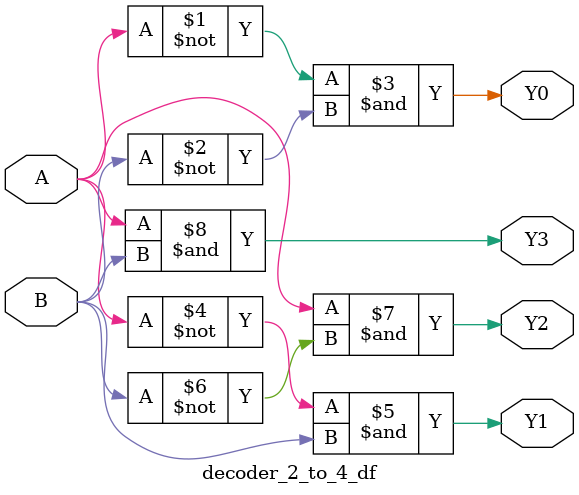
<source format=v>


module decoder_2_to_4_df(A, B, Y0, Y1, Y2, Y3);
input A, B; output Y0, Y1, Y2, Y3;
assign Y0 = ~A&~B;
assign Y1 = ~A&B;
assign Y2 = A&~B;
assign Y3 = A&B;
endmodule
</source>
